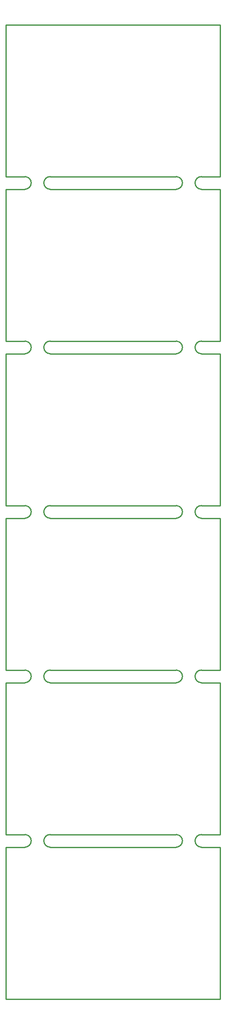
<source format=gbr>
G04 start of page 4 for group 2 idx 2 *
G04 Title: (unknown), outline *
G04 Creator: pcb 20140316 *
G04 CreationDate: Mon 23 Jul 2018 02:23:11 AM GMT UTC *
G04 For: railfan *
G04 Format: Gerber/RS-274X *
G04 PCB-Dimensions (mil): 1700.00 7700.00 *
G04 PCB-Coordinate-Origin: lower left *
%MOIN*%
%FSLAX25Y25*%
%LNOUTLINE*%
%ADD48C,0.0100*%
G54D48*X170000Y380000D02*Y260000D01*
X0D02*Y380000D01*
X170000D02*X155000D01*
X135000D02*X35000D01*
X15000D02*X0D01*
X170000Y640000D02*Y520000D01*
Y510000D02*Y390000D01*
Y640000D02*X155000D01*
Y520000D02*X170000D01*
Y510000D02*X155000D01*
Y390000D02*X170000D01*
X0Y770000D02*X170000D01*
Y650000D01*
X0D02*Y770000D01*
Y650000D02*X15000D01*
X35000D02*X135000D01*
X155000D02*X170000D01*
X0Y520000D02*Y640000D01*
X135000D02*X35000D01*
X15000D02*X0D01*
Y390000D02*Y510000D01*
Y520000D02*X15000D01*
Y510000D02*X0D01*
Y390000D02*X15000D01*
X35000Y520000D02*X135000D01*
Y510000D02*X35000D01*
Y390000D02*X135000D01*
X170000Y250000D02*Y130000D01*
Y250000D02*X155000D01*
X135000D02*X35000D01*
X15000D02*X0D01*
X35000Y130000D02*X135000D01*
X155000D02*X170000D01*
X0D02*Y250000D01*
Y0D02*Y120000D01*
X170000D02*X155000D01*
X135000D02*X35000D01*
X15000D02*X0D01*
X170000D02*Y0D01*
X0D01*
Y130000D02*X15000D01*
X0Y260000D02*X15000D01*
X35000D02*X135000D01*
X155000D02*X170000D01*
X20000Y515000D02*G75*G03X15000Y520000I-5000J0D01*G01*
X20000Y515000D02*G75*G02X15000Y510000I-5000J0D01*G01*
X20000Y385000D02*G75*G03X15000Y390000I-5000J0D01*G01*
X20000Y385000D02*G75*G02X15000Y380000I-5000J0D01*G01*
X30000Y515000D02*G75*G02X35000Y520000I5000J0D01*G01*
X140000Y515000D02*G75*G03X135000Y520000I-5000J0D01*G01*
X140000Y515000D02*G75*G02X135000Y510000I-5000J0D01*G01*
X150000Y515000D02*G75*G02X155000Y520000I5000J0D01*G01*
X150000Y515000D02*G75*G03X155000Y510000I5000J0D01*G01*
X30000Y515000D02*G75*G03X35000Y510000I5000J0D01*G01*
X30000Y385000D02*G75*G02X35000Y390000I5000J0D01*G01*
X30000Y385000D02*G75*G03X35000Y380000I5000J0D01*G01*
X140000Y645000D02*G75*G03X135000Y650000I-5000J0D01*G01*
X140000Y645000D02*G75*G02X135000Y640000I-5000J0D01*G01*
X150000Y645000D02*G75*G02X155000Y650000I5000J0D01*G01*
X150000Y645000D02*G75*G03X155000Y640000I5000J0D01*G01*
X20000Y645000D02*G75*G03X15000Y650000I-5000J0D01*G01*
X20000Y645000D02*G75*G02X15000Y640000I-5000J0D01*G01*
X30000Y645000D02*G75*G02X35000Y650000I5000J0D01*G01*
X30000Y645000D02*G75*G03X35000Y640000I5000J0D01*G01*
X140000Y385000D02*G75*G03X135000Y390000I-5000J0D01*G01*
X140000Y385000D02*G75*G02X135000Y380000I-5000J0D01*G01*
X150000Y385000D02*G75*G02X155000Y390000I5000J0D01*G01*
X150000Y385000D02*G75*G03X155000Y380000I5000J0D01*G01*
X20000Y255000D02*G75*G03X15000Y260000I-5000J0D01*G01*
X20000Y255000D02*G75*G02X15000Y250000I-5000J0D01*G01*
X30000Y255000D02*G75*G02X35000Y260000I5000J0D01*G01*
X30000Y255000D02*G75*G03X35000Y250000I5000J0D01*G01*
X140000Y255000D02*G75*G03X135000Y260000I-5000J0D01*G01*
X140000Y255000D02*G75*G02X135000Y250000I-5000J0D01*G01*
X150000Y255000D02*G75*G02X155000Y260000I5000J0D01*G01*
X150000Y255000D02*G75*G03X155000Y250000I5000J0D01*G01*
X20000Y125000D02*G75*G03X15000Y130000I-5000J0D01*G01*
X140000Y125000D02*G75*G03X135000Y130000I-5000J0D01*G01*
X140000Y125000D02*G75*G02X135000Y120000I-5000J0D01*G01*
X150000Y125000D02*G75*G02X155000Y130000I5000J0D01*G01*
X150000Y125000D02*G75*G03X155000Y120000I5000J0D01*G01*
X20000Y125000D02*G75*G02X15000Y120000I-5000J0D01*G01*
X30000Y125000D02*G75*G02X35000Y130000I5000J0D01*G01*
X30000Y125000D02*G75*G03X35000Y120000I5000J0D01*G01*
M02*

</source>
